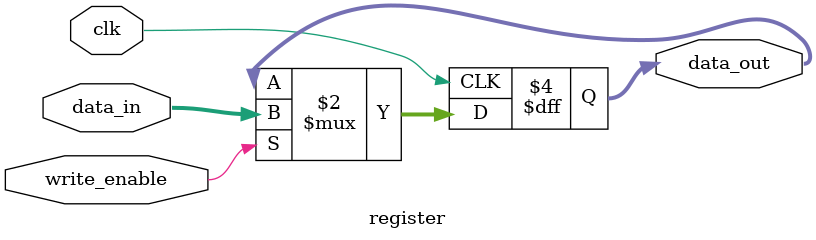
<source format=v>

module register(
    input             write_enable,
    input             clk,
    input      [31:0] data_in,
    output reg [31:0] data_out
);

// TODO: check for clock
always @(posedge clk) begin
    if(write_enable)
        data_out <= data_in;
end

endmodule
</source>
